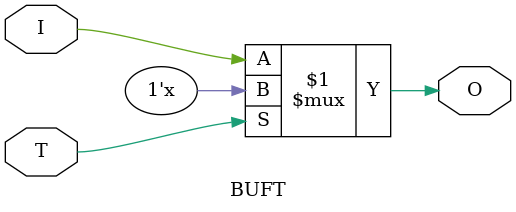
<source format=v>

/*

FUNCTION    : TRI-STATE BUFFER

*/

`celldefine
`timescale  100 ps / 10 ps

module BUFT (O, I, T);

    output O;

    input  I, T;

    bufif0 T1 (O, I, T);

endmodule

</source>
